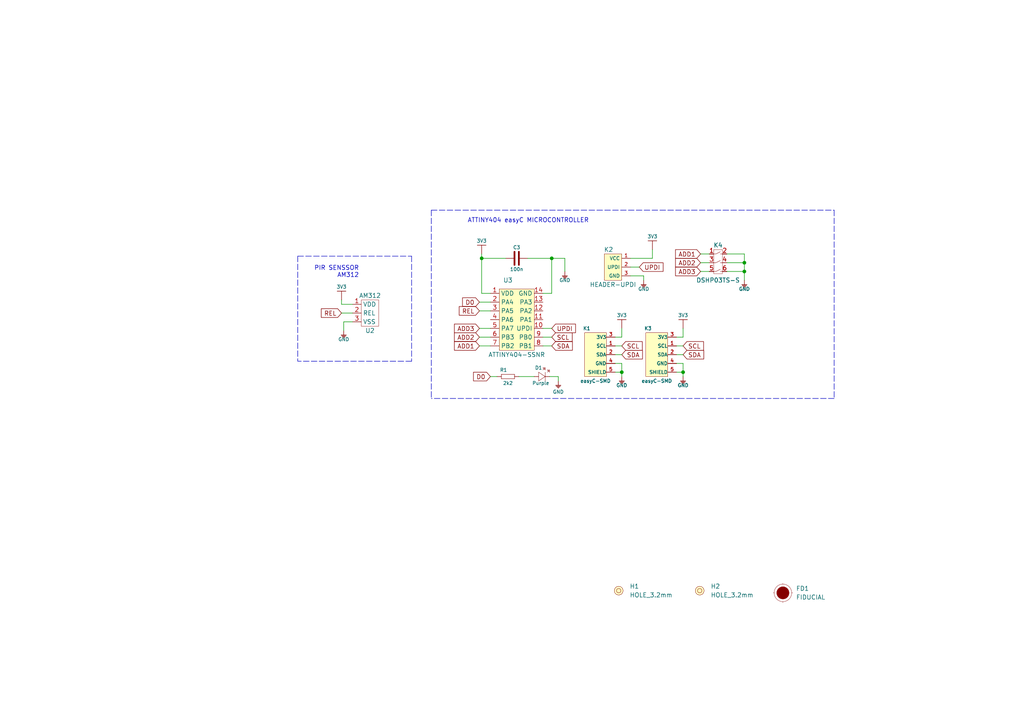
<source format=kicad_sch>
(kicad_sch (version 20211123) (generator eeschema)

  (uuid e63e39d7-6ac0-4ffd-8aa3-1841a4541b55)

  (paper "A4")

  (title_block
    (title "PIR Movement sensor board with easyC")
    (date "2022-07-05")
    (rev "V1.0.0.")
    (company "SOLDERED")
    (comment 1 "333179")
  )

  (lib_symbols
    (symbol "3V3_1" (power) (pin_names (offset 0)) (in_bom yes) (on_board yes)
      (property "Reference" "#PWR" (id 0) (at 4.445 0 0)
        (effects (font (size 1 1)) hide)
      )
      (property "Value" "3V3_1" (id 1) (at 0 3.556 0)
        (effects (font (size 1 1)))
      )
      (property "Footprint" "" (id 2) (at 4.445 3.81 0)
        (effects (font (size 1 1)) hide)
      )
      (property "Datasheet" "" (id 3) (at 4.445 3.81 0)
        (effects (font (size 1 1)) hide)
      )
      (property "ki_keywords" "power-flag" (id 4) (at 0 0 0)
        (effects (font (size 1.27 1.27)) hide)
      )
      (property "ki_description" "Power symbol creates a global label with name \"3V3\"" (id 5) (at 0 0 0)
        (effects (font (size 1.27 1.27)) hide)
      )
      (symbol "3V3_1_0_1"
        (polyline
          (pts
            (xy -1.27 2.54)
            (xy 1.27 2.54)
          )
          (stroke (width 0.16) (type default) (color 0 0 0 0))
          (fill (type none))
        )
        (polyline
          (pts
            (xy 0 0)
            (xy 0 2.54)
          )
          (stroke (width 0) (type default) (color 0 0 0 0))
          (fill (type none))
        )
      )
      (symbol "3V3_1_1_1"
        (pin power_in line (at 0 0 90) (length 0) hide
          (name "3V3" (effects (font (size 1.27 1.27))))
          (number "1" (effects (font (size 1.27 1.27))))
        )
      )
    )
    (symbol "3V3_2" (power) (pin_names (offset 0)) (in_bom yes) (on_board yes)
      (property "Reference" "#PWR" (id 0) (at 4.445 0 0)
        (effects (font (size 1 1)) hide)
      )
      (property "Value" "3V3_2" (id 1) (at 0 3.556 0)
        (effects (font (size 1 1)))
      )
      (property "Footprint" "" (id 2) (at 4.445 3.81 0)
        (effects (font (size 1 1)) hide)
      )
      (property "Datasheet" "" (id 3) (at 4.445 3.81 0)
        (effects (font (size 1 1)) hide)
      )
      (property "ki_keywords" "power-flag" (id 4) (at 0 0 0)
        (effects (font (size 1.27 1.27)) hide)
      )
      (property "ki_description" "Power symbol creates a global label with name \"3V3\"" (id 5) (at 0 0 0)
        (effects (font (size 1.27 1.27)) hide)
      )
      (symbol "3V3_2_0_1"
        (polyline
          (pts
            (xy -1.27 2.54)
            (xy 1.27 2.54)
          )
          (stroke (width 0.16) (type default) (color 0 0 0 0))
          (fill (type none))
        )
        (polyline
          (pts
            (xy 0 0)
            (xy 0 2.54)
          )
          (stroke (width 0) (type default) (color 0 0 0 0))
          (fill (type none))
        )
      )
      (symbol "3V3_2_1_1"
        (pin power_in line (at 0 0 90) (length 0) hide
          (name "3V3" (effects (font (size 1.27 1.27))))
          (number "1" (effects (font (size 1.27 1.27))))
        )
      )
    )
    (symbol "3V3_3" (power) (pin_names (offset 0)) (in_bom yes) (on_board yes)
      (property "Reference" "#PWR" (id 0) (at 4.445 0 0)
        (effects (font (size 1 1)) hide)
      )
      (property "Value" "3V3_3" (id 1) (at 0 3.556 0)
        (effects (font (size 1 1)))
      )
      (property "Footprint" "" (id 2) (at 4.445 3.81 0)
        (effects (font (size 1 1)) hide)
      )
      (property "Datasheet" "" (id 3) (at 4.445 3.81 0)
        (effects (font (size 1 1)) hide)
      )
      (property "ki_keywords" "power-flag" (id 4) (at 0 0 0)
        (effects (font (size 1.27 1.27)) hide)
      )
      (property "ki_description" "Power symbol creates a global label with name \"3V3\"" (id 5) (at 0 0 0)
        (effects (font (size 1.27 1.27)) hide)
      )
      (symbol "3V3_3_0_1"
        (polyline
          (pts
            (xy -1.27 2.54)
            (xy 1.27 2.54)
          )
          (stroke (width 0.16) (type default) (color 0 0 0 0))
          (fill (type none))
        )
        (polyline
          (pts
            (xy 0 0)
            (xy 0 2.54)
          )
          (stroke (width 0) (type default) (color 0 0 0 0))
          (fill (type none))
        )
      )
      (symbol "3V3_3_1_1"
        (pin power_in line (at 0 0 90) (length 0) hide
          (name "3V3" (effects (font (size 1.27 1.27))))
          (number "1" (effects (font (size 1.27 1.27))))
        )
      )
    )
    (symbol "3V3_4" (power) (pin_names (offset 0)) (in_bom yes) (on_board yes)
      (property "Reference" "#PWR" (id 0) (at 4.445 0 0)
        (effects (font (size 1 1)) hide)
      )
      (property "Value" "3V3_4" (id 1) (at 0 3.556 0)
        (effects (font (size 1 1)))
      )
      (property "Footprint" "" (id 2) (at 4.445 3.81 0)
        (effects (font (size 1 1)) hide)
      )
      (property "Datasheet" "" (id 3) (at 4.445 3.81 0)
        (effects (font (size 1 1)) hide)
      )
      (property "ki_keywords" "power-flag" (id 4) (at 0 0 0)
        (effects (font (size 1.27 1.27)) hide)
      )
      (property "ki_description" "Power symbol creates a global label with name \"3V3\"" (id 5) (at 0 0 0)
        (effects (font (size 1.27 1.27)) hide)
      )
      (symbol "3V3_4_0_1"
        (polyline
          (pts
            (xy -1.27 2.54)
            (xy 1.27 2.54)
          )
          (stroke (width 0.16) (type default) (color 0 0 0 0))
          (fill (type none))
        )
        (polyline
          (pts
            (xy 0 0)
            (xy 0 2.54)
          )
          (stroke (width 0) (type default) (color 0 0 0 0))
          (fill (type none))
        )
      )
      (symbol "3V3_4_1_1"
        (pin power_in line (at 0 0 90) (length 0) hide
          (name "3V3" (effects (font (size 1.27 1.27))))
          (number "1" (effects (font (size 1.27 1.27))))
        )
      )
    )
    (symbol "GND_1" (power) (pin_names (offset 0)) (in_bom yes) (on_board yes)
      (property "Reference" "#PWR" (id 0) (at 4.445 0 0)
        (effects (font (size 1 1)) hide)
      )
      (property "Value" "GND_1" (id 1) (at 0 -2.921 0)
        (effects (font (size 1 1)))
      )
      (property "Footprint" "" (id 2) (at 4.445 3.81 0)
        (effects (font (size 1 1)) hide)
      )
      (property "Datasheet" "" (id 3) (at 4.445 3.81 0)
        (effects (font (size 1 1)) hide)
      )
      (property "ki_keywords" "power-flag" (id 4) (at 0 0 0)
        (effects (font (size 1.27 1.27)) hide)
      )
      (property "ki_description" "Power symbol creates a global label with name \"GND\"" (id 5) (at 0 0 0)
        (effects (font (size 1.27 1.27)) hide)
      )
      (symbol "GND_1_0_1"
        (polyline
          (pts
            (xy -0.762 -1.27)
            (xy 0.762 -1.27)
          )
          (stroke (width 0.16) (type default) (color 0 0 0 0))
          (fill (type none))
        )
        (polyline
          (pts
            (xy -0.635 -1.524)
            (xy 0.635 -1.524)
          )
          (stroke (width 0.16) (type default) (color 0 0 0 0))
          (fill (type none))
        )
        (polyline
          (pts
            (xy -0.381 -1.778)
            (xy 0.381 -1.778)
          )
          (stroke (width 0.16) (type default) (color 0 0 0 0))
          (fill (type none))
        )
        (polyline
          (pts
            (xy -0.127 -2.032)
            (xy 0.127 -2.032)
          )
          (stroke (width 0.16) (type default) (color 0 0 0 0))
          (fill (type none))
        )
        (polyline
          (pts
            (xy 0 0)
            (xy 0 -1.27)
          )
          (stroke (width 0.16) (type default) (color 0 0 0 0))
          (fill (type none))
        )
      )
      (symbol "GND_1_1_1"
        (pin power_in line (at 0 0 270) (length 0) hide
          (name "GND" (effects (font (size 1.27 1.27))))
          (number "1" (effects (font (size 1.27 1.27))))
        )
      )
    )
    (symbol "GND_2" (power) (pin_names (offset 0)) (in_bom yes) (on_board yes)
      (property "Reference" "#PWR" (id 0) (at 4.445 0 0)
        (effects (font (size 1 1)) hide)
      )
      (property "Value" "GND_2" (id 1) (at 0 -2.921 0)
        (effects (font (size 1 1)))
      )
      (property "Footprint" "" (id 2) (at 4.445 3.81 0)
        (effects (font (size 1 1)) hide)
      )
      (property "Datasheet" "" (id 3) (at 4.445 3.81 0)
        (effects (font (size 1 1)) hide)
      )
      (property "ki_keywords" "power-flag" (id 4) (at 0 0 0)
        (effects (font (size 1.27 1.27)) hide)
      )
      (property "ki_description" "Power symbol creates a global label with name \"GND\"" (id 5) (at 0 0 0)
        (effects (font (size 1.27 1.27)) hide)
      )
      (symbol "GND_2_0_1"
        (polyline
          (pts
            (xy -0.762 -1.27)
            (xy 0.762 -1.27)
          )
          (stroke (width 0.16) (type default) (color 0 0 0 0))
          (fill (type none))
        )
        (polyline
          (pts
            (xy -0.635 -1.524)
            (xy 0.635 -1.524)
          )
          (stroke (width 0.16) (type default) (color 0 0 0 0))
          (fill (type none))
        )
        (polyline
          (pts
            (xy -0.381 -1.778)
            (xy 0.381 -1.778)
          )
          (stroke (width 0.16) (type default) (color 0 0 0 0))
          (fill (type none))
        )
        (polyline
          (pts
            (xy -0.127 -2.032)
            (xy 0.127 -2.032)
          )
          (stroke (width 0.16) (type default) (color 0 0 0 0))
          (fill (type none))
        )
        (polyline
          (pts
            (xy 0 0)
            (xy 0 -1.27)
          )
          (stroke (width 0.16) (type default) (color 0 0 0 0))
          (fill (type none))
        )
      )
      (symbol "GND_2_1_1"
        (pin power_in line (at 0 0 270) (length 0) hide
          (name "GND" (effects (font (size 1.27 1.27))))
          (number "1" (effects (font (size 1.27 1.27))))
        )
      )
    )
    (symbol "GND_3" (power) (pin_names (offset 0)) (in_bom yes) (on_board yes)
      (property "Reference" "#PWR" (id 0) (at 4.445 0 0)
        (effects (font (size 1 1)) hide)
      )
      (property "Value" "GND_3" (id 1) (at 0 -2.921 0)
        (effects (font (size 1 1)))
      )
      (property "Footprint" "" (id 2) (at 4.445 3.81 0)
        (effects (font (size 1 1)) hide)
      )
      (property "Datasheet" "" (id 3) (at 4.445 3.81 0)
        (effects (font (size 1 1)) hide)
      )
      (property "ki_keywords" "power-flag" (id 4) (at 0 0 0)
        (effects (font (size 1.27 1.27)) hide)
      )
      (property "ki_description" "Power symbol creates a global label with name \"GND\"" (id 5) (at 0 0 0)
        (effects (font (size 1.27 1.27)) hide)
      )
      (symbol "GND_3_0_1"
        (polyline
          (pts
            (xy -0.762 -1.27)
            (xy 0.762 -1.27)
          )
          (stroke (width 0.16) (type default) (color 0 0 0 0))
          (fill (type none))
        )
        (polyline
          (pts
            (xy -0.635 -1.524)
            (xy 0.635 -1.524)
          )
          (stroke (width 0.16) (type default) (color 0 0 0 0))
          (fill (type none))
        )
        (polyline
          (pts
            (xy -0.381 -1.778)
            (xy 0.381 -1.778)
          )
          (stroke (width 0.16) (type default) (color 0 0 0 0))
          (fill (type none))
        )
        (polyline
          (pts
            (xy -0.127 -2.032)
            (xy 0.127 -2.032)
          )
          (stroke (width 0.16) (type default) (color 0 0 0 0))
          (fill (type none))
        )
        (polyline
          (pts
            (xy 0 0)
            (xy 0 -1.27)
          )
          (stroke (width 0.16) (type default) (color 0 0 0 0))
          (fill (type none))
        )
      )
      (symbol "GND_3_1_1"
        (pin power_in line (at 0 0 270) (length 0) hide
          (name "GND" (effects (font (size 1.27 1.27))))
          (number "1" (effects (font (size 1.27 1.27))))
        )
      )
    )
    (symbol "GND_4" (power) (pin_names (offset 0)) (in_bom yes) (on_board yes)
      (property "Reference" "#PWR" (id 0) (at 4.445 0 0)
        (effects (font (size 1 1)) hide)
      )
      (property "Value" "GND_4" (id 1) (at 0 -2.921 0)
        (effects (font (size 1 1)))
      )
      (property "Footprint" "" (id 2) (at 4.445 3.81 0)
        (effects (font (size 1 1)) hide)
      )
      (property "Datasheet" "" (id 3) (at 4.445 3.81 0)
        (effects (font (size 1 1)) hide)
      )
      (property "ki_keywords" "power-flag" (id 4) (at 0 0 0)
        (effects (font (size 1.27 1.27)) hide)
      )
      (property "ki_description" "Power symbol creates a global label with name \"GND\"" (id 5) (at 0 0 0)
        (effects (font (size 1.27 1.27)) hide)
      )
      (symbol "GND_4_0_1"
        (polyline
          (pts
            (xy -0.762 -1.27)
            (xy 0.762 -1.27)
          )
          (stroke (width 0.16) (type default) (color 0 0 0 0))
          (fill (type none))
        )
        (polyline
          (pts
            (xy -0.635 -1.524)
            (xy 0.635 -1.524)
          )
          (stroke (width 0.16) (type default) (color 0 0 0 0))
          (fill (type none))
        )
        (polyline
          (pts
            (xy -0.381 -1.778)
            (xy 0.381 -1.778)
          )
          (stroke (width 0.16) (type default) (color 0 0 0 0))
          (fill (type none))
        )
        (polyline
          (pts
            (xy -0.127 -2.032)
            (xy 0.127 -2.032)
          )
          (stroke (width 0.16) (type default) (color 0 0 0 0))
          (fill (type none))
        )
        (polyline
          (pts
            (xy 0 0)
            (xy 0 -1.27)
          )
          (stroke (width 0.16) (type default) (color 0 0 0 0))
          (fill (type none))
        )
      )
      (symbol "GND_4_1_1"
        (pin power_in line (at 0 0 270) (length 0) hide
          (name "GND" (effects (font (size 1.27 1.27))))
          (number "1" (effects (font (size 1.27 1.27))))
        )
      )
    )
    (symbol "GND_5" (power) (pin_names (offset 0)) (in_bom yes) (on_board yes)
      (property "Reference" "#PWR" (id 0) (at 4.445 0 0)
        (effects (font (size 1 1)) hide)
      )
      (property "Value" "GND_5" (id 1) (at 0 -2.921 0)
        (effects (font (size 1 1)))
      )
      (property "Footprint" "" (id 2) (at 4.445 3.81 0)
        (effects (font (size 1 1)) hide)
      )
      (property "Datasheet" "" (id 3) (at 4.445 3.81 0)
        (effects (font (size 1 1)) hide)
      )
      (property "ki_keywords" "power-flag" (id 4) (at 0 0 0)
        (effects (font (size 1.27 1.27)) hide)
      )
      (property "ki_description" "Power symbol creates a global label with name \"GND\"" (id 5) (at 0 0 0)
        (effects (font (size 1.27 1.27)) hide)
      )
      (symbol "GND_5_0_1"
        (polyline
          (pts
            (xy -0.762 -1.27)
            (xy 0.762 -1.27)
          )
          (stroke (width 0.16) (type default) (color 0 0 0 0))
          (fill (type none))
        )
        (polyline
          (pts
            (xy -0.635 -1.524)
            (xy 0.635 -1.524)
          )
          (stroke (width 0.16) (type default) (color 0 0 0 0))
          (fill (type none))
        )
        (polyline
          (pts
            (xy -0.381 -1.778)
            (xy 0.381 -1.778)
          )
          (stroke (width 0.16) (type default) (color 0 0 0 0))
          (fill (type none))
        )
        (polyline
          (pts
            (xy -0.127 -2.032)
            (xy 0.127 -2.032)
          )
          (stroke (width 0.16) (type default) (color 0 0 0 0))
          (fill (type none))
        )
        (polyline
          (pts
            (xy 0 0)
            (xy 0 -1.27)
          )
          (stroke (width 0.16) (type default) (color 0 0 0 0))
          (fill (type none))
        )
      )
      (symbol "GND_5_1_1"
        (pin power_in line (at 0 0 270) (length 0) hide
          (name "GND" (effects (font (size 1.27 1.27))))
          (number "1" (effects (font (size 1.27 1.27))))
        )
      )
    )
    (symbol "e-radionica.com schematics:0402LED" (pin_numbers hide) (pin_names (offset 0.254) hide) (in_bom yes) (on_board yes)
      (property "Reference" "D" (id 0) (at -0.635 2.54 0)
        (effects (font (size 1 1)))
      )
      (property "Value" "0402LED" (id 1) (at 0 -2.54 0)
        (effects (font (size 1 1)))
      )
      (property "Footprint" "e-radionica.com footprinti:0402LED" (id 2) (at 0 -5.715 0)
        (effects (font (size 1 1)) hide)
      )
      (property "Datasheet" "" (id 3) (at 0 0 0)
        (effects (font (size 1 1)) hide)
      )
      (property "Package" "0402" (id 4) (at 0 -4.445 0)
        (effects (font (size 1.27 1.27)) hide)
      )
      (symbol "0402LED_0_1"
        (polyline
          (pts
            (xy -0.635 1.27)
            (xy 1.27 0)
          )
          (stroke (width 0.1) (type default) (color 0 0 0 0))
          (fill (type none))
        )
        (polyline
          (pts
            (xy 0.635 1.905)
            (xy 1.27 2.54)
          )
          (stroke (width 0.1) (type default) (color 0 0 0 0))
          (fill (type none))
        )
        (polyline
          (pts
            (xy 1.27 1.27)
            (xy 1.27 -1.27)
          )
          (stroke (width 0.1) (type default) (color 0 0 0 0))
          (fill (type none))
        )
        (polyline
          (pts
            (xy 1.905 1.27)
            (xy 2.54 1.905)
          )
          (stroke (width 0.1) (type default) (color 0 0 0 0))
          (fill (type none))
        )
        (polyline
          (pts
            (xy -0.635 1.27)
            (xy -0.635 -1.27)
            (xy 1.27 0)
          )
          (stroke (width 0.1) (type default) (color 0 0 0 0))
          (fill (type none))
        )
        (polyline
          (pts
            (xy 1.27 2.54)
            (xy 0.635 2.54)
            (xy 1.27 1.905)
            (xy 1.27 2.54)
          )
          (stroke (width 0.1) (type default) (color 0 0 0 0))
          (fill (type none))
        )
        (polyline
          (pts
            (xy 2.54 1.905)
            (xy 1.905 1.905)
            (xy 2.54 1.27)
            (xy 2.54 1.905)
          )
          (stroke (width 0.1) (type default) (color 0 0 0 0))
          (fill (type none))
        )
      )
      (symbol "0402LED_1_1"
        (pin passive line (at -1.905 0 0) (length 1.27)
          (name "A" (effects (font (size 1.27 1.27))))
          (number "1" (effects (font (size 1.27 1.27))))
        )
        (pin passive line (at 2.54 0 180) (length 1.27)
          (name "K" (effects (font (size 1.27 1.27))))
          (number "2" (effects (font (size 1.27 1.27))))
        )
      )
    )
    (symbol "e-radionica.com schematics:0402R" (pin_numbers hide) (pin_names (offset 0.254)) (in_bom yes) (on_board yes)
      (property "Reference" "R" (id 0) (at -1.905 1.27 0)
        (effects (font (size 1 1)))
      )
      (property "Value" "0402R" (id 1) (at 0 -1.27 0)
        (effects (font (size 1 1)))
      )
      (property "Footprint" "e-radionica.com footprinti:0402R" (id 2) (at -2.54 1.905 0)
        (effects (font (size 1 1)) hide)
      )
      (property "Datasheet" "" (id 3) (at -2.54 1.905 0)
        (effects (font (size 1 1)) hide)
      )
      (symbol "0402R_0_1"
        (rectangle (start -1.905 -0.635) (end 1.905 -0.6604)
          (stroke (width 0.1) (type default) (color 0 0 0 0))
          (fill (type none))
        )
        (rectangle (start -1.905 0.635) (end -1.8796 -0.635)
          (stroke (width 0.1) (type default) (color 0 0 0 0))
          (fill (type none))
        )
        (rectangle (start -1.905 0.635) (end 1.905 0.6096)
          (stroke (width 0.1) (type default) (color 0 0 0 0))
          (fill (type none))
        )
        (rectangle (start 1.905 0.635) (end 1.9304 -0.635)
          (stroke (width 0.1) (type default) (color 0 0 0 0))
          (fill (type none))
        )
      )
      (symbol "0402R_1_1"
        (pin passive line (at -3.175 0 0) (length 1.27)
          (name "~" (effects (font (size 1.27 1.27))))
          (number "1" (effects (font (size 1.27 1.27))))
        )
        (pin passive line (at 3.175 0 180) (length 1.27)
          (name "~" (effects (font (size 1.27 1.27))))
          (number "2" (effects (font (size 1.27 1.27))))
        )
      )
    )
    (symbol "e-radionica.com schematics:0603C" (pin_numbers hide) (pin_names (offset 0.002)) (in_bom yes) (on_board yes)
      (property "Reference" "C" (id 0) (at 0 3.81 0)
        (effects (font (size 1 1)))
      )
      (property "Value" "0603C" (id 1) (at 0 -3.175 0)
        (effects (font (size 1 1)))
      )
      (property "Footprint" "e-radionica.com footprinti:0603C" (id 2) (at 0.635 -4.445 0)
        (effects (font (size 1 1)) hide)
      )
      (property "Datasheet" "" (id 3) (at 0 0 0)
        (effects (font (size 1 1)) hide)
      )
      (symbol "0603C_0_1"
        (polyline
          (pts
            (xy -0.635 1.905)
            (xy -0.635 -1.905)
          )
          (stroke (width 0.5) (type default) (color 0 0 0 0))
          (fill (type none))
        )
        (polyline
          (pts
            (xy 0.635 1.905)
            (xy 0.635 -1.905)
          )
          (stroke (width 0.5) (type default) (color 0 0 0 0))
          (fill (type none))
        )
      )
      (symbol "0603C_1_1"
        (pin passive line (at -3.175 0 0) (length 2.54)
          (name "~" (effects (font (size 1.27 1.27))))
          (number "1" (effects (font (size 1.27 1.27))))
        )
        (pin passive line (at 3.175 0 180) (length 2.54)
          (name "~" (effects (font (size 1.27 1.27))))
          (number "2" (effects (font (size 1.27 1.27))))
        )
      )
    )
    (symbol "e-radionica.com schematics:3V3" (power) (pin_names (offset 0)) (in_bom yes) (on_board yes)
      (property "Reference" "#PWR" (id 0) (at 4.445 0 0)
        (effects (font (size 1 1)) hide)
      )
      (property "Value" "3V3" (id 1) (at 0 3.556 0)
        (effects (font (size 1 1)))
      )
      (property "Footprint" "" (id 2) (at 4.445 3.81 0)
        (effects (font (size 1 1)) hide)
      )
      (property "Datasheet" "" (id 3) (at 4.445 3.81 0)
        (effects (font (size 1 1)) hide)
      )
      (property "ki_keywords" "power-flag" (id 4) (at 0 0 0)
        (effects (font (size 1.27 1.27)) hide)
      )
      (property "ki_description" "Power symbol creates a global label with name \"3V3\"" (id 5) (at 0 0 0)
        (effects (font (size 1.27 1.27)) hide)
      )
      (symbol "3V3_0_1"
        (polyline
          (pts
            (xy -1.27 2.54)
            (xy 1.27 2.54)
          )
          (stroke (width 0.16) (type default) (color 0 0 0 0))
          (fill (type none))
        )
        (polyline
          (pts
            (xy 0 0)
            (xy 0 2.54)
          )
          (stroke (width 0) (type default) (color 0 0 0 0))
          (fill (type none))
        )
      )
      (symbol "3V3_1_1"
        (pin power_in line (at 0 0 90) (length 0) hide
          (name "3V3" (effects (font (size 1.27 1.27))))
          (number "1" (effects (font (size 1.27 1.27))))
        )
      )
    )
    (symbol "e-radionica.com schematics:ATTINY404-SSNR" (in_bom yes) (on_board yes)
      (property "Reference" "U" (id 0) (at 0 10.16 0)
        (effects (font (size 1.27 1.27)))
      )
      (property "Value" "ATTINY404-SSNR" (id 1) (at 0 -10.16 0)
        (effects (font (size 1.27 1.27)))
      )
      (property "Footprint" "e-radionica.com footprinti:SOIC-14" (id 2) (at 0 -11.43 0)
        (effects (font (size 1.27 1.27)) hide)
      )
      (property "Datasheet" "" (id 3) (at 0 -2.54 0)
        (effects (font (size 1.27 1.27)) hide)
      )
      (symbol "ATTINY404-SSNR_0_1"
        (rectangle (start -5.08 8.89) (end 5.08 -8.89)
          (stroke (width 0.1) (type default) (color 0 0 0 0))
          (fill (type background))
        )
      )
      (symbol "ATTINY404-SSNR_1_1"
        (pin power_in line (at -7.62 7.62 0) (length 2.54)
          (name "VDD" (effects (font (size 1.27 1.27))))
          (number "1" (effects (font (size 1.27 1.27))))
        )
        (pin bidirectional line (at 7.62 -2.54 180) (length 2.54)
          (name "UPDI" (effects (font (size 1.27 1.27))))
          (number "10" (effects (font (size 1.27 1.27))))
        )
        (pin bidirectional line (at 7.62 0 180) (length 2.54)
          (name "PA1" (effects (font (size 1.27 1.27))))
          (number "11" (effects (font (size 1.27 1.27))))
        )
        (pin bidirectional line (at 7.62 2.54 180) (length 2.54)
          (name "PA2" (effects (font (size 1.27 1.27))))
          (number "12" (effects (font (size 1.27 1.27))))
        )
        (pin bidirectional line (at 7.62 5.08 180) (length 2.54)
          (name "PA3" (effects (font (size 1.27 1.27))))
          (number "13" (effects (font (size 1.27 1.27))))
        )
        (pin power_in line (at 7.62 7.62 180) (length 2.54)
          (name "GND" (effects (font (size 1.27 1.27))))
          (number "14" (effects (font (size 1.27 1.27))))
        )
        (pin bidirectional line (at -7.62 5.08 0) (length 2.54)
          (name "PA4" (effects (font (size 1.27 1.27))))
          (number "2" (effects (font (size 1.27 1.27))))
        )
        (pin bidirectional line (at -7.62 2.54 0) (length 2.54)
          (name "PA5" (effects (font (size 1.27 1.27))))
          (number "3" (effects (font (size 1.27 1.27))))
        )
        (pin bidirectional line (at -7.62 0 0) (length 2.54)
          (name "PA6" (effects (font (size 1.27 1.27))))
          (number "4" (effects (font (size 1.27 1.27))))
        )
        (pin bidirectional line (at -7.62 -2.54 0) (length 2.54)
          (name "PA7" (effects (font (size 1.27 1.27))))
          (number "5" (effects (font (size 1.27 1.27))))
        )
        (pin bidirectional line (at -7.62 -5.08 0) (length 2.54)
          (name "PB3" (effects (font (size 1.27 1.27))))
          (number "6" (effects (font (size 1.27 1.27))))
        )
        (pin bidirectional line (at -7.62 -7.62 0) (length 2.54)
          (name "PB2" (effects (font (size 1.27 1.27))))
          (number "7" (effects (font (size 1.27 1.27))))
        )
        (pin bidirectional line (at 7.62 -7.62 180) (length 2.54)
          (name "PB1" (effects (font (size 1.27 1.27))))
          (number "8" (effects (font (size 1.27 1.27))))
        )
        (pin bidirectional line (at 7.62 -5.08 180) (length 2.54)
          (name "PB0" (effects (font (size 1.27 1.27))))
          (number "9" (effects (font (size 1.27 1.27))))
        )
      )
    )
    (symbol "e-radionica.com schematics:DSHP03TS-S" (in_bom yes) (on_board yes)
      (property "Reference" "K" (id 0) (at 0 5.08 0)
        (effects (font (size 1.27 1.27)))
      )
      (property "Value" "DSHP03TS-S" (id 1) (at 0 -5.08 0)
        (effects (font (size 1.27 1.27)))
      )
      (property "Footprint" "e-radionica.com footprinti:DSHP03TS-S" (id 2) (at -1.27 -7.62 0)
        (effects (font (size 1.27 1.27)) hide)
      )
      (property "Datasheet" "" (id 3) (at 0 0 0)
        (effects (font (size 1.27 1.27)) hide)
      )
      (property "ki_keywords" "DIP SW SWITCH " (id 4) (at 0 0 0)
        (effects (font (size 1.27 1.27)) hide)
      )
      (symbol "DSHP03TS-S_0_1"
        (rectangle (start -1.27 3.81) (end 1.27 -3.175)
          (stroke (width 0.0006) (type default) (color 0 0 0 0))
          (fill (type none))
        )
        (polyline
          (pts
            (xy 1.27 -2.54)
            (xy 0.635 -2.54)
          )
          (stroke (width 0.1) (type default) (color 0 0 0 0))
          (fill (type none))
        )
        (polyline
          (pts
            (xy 1.27 0)
            (xy 0.635 0)
          )
          (stroke (width 0.1) (type default) (color 0 0 0 0))
          (fill (type none))
        )
        (polyline
          (pts
            (xy 1.27 2.54)
            (xy 0.635 2.54)
          )
          (stroke (width 0.1) (type default) (color 0 0 0 0))
          (fill (type none))
        )
        (polyline
          (pts
            (xy -1.27 -2.54)
            (xy -0.635 -2.54)
            (xy 0.635 -1.905)
          )
          (stroke (width 0.1) (type default) (color 0 0 0 0))
          (fill (type none))
        )
        (polyline
          (pts
            (xy -1.27 0)
            (xy -0.635 0)
            (xy 0.635 0.635)
          )
          (stroke (width 0.1) (type default) (color 0 0 0 0))
          (fill (type none))
        )
        (polyline
          (pts
            (xy -1.27 2.54)
            (xy -0.635 2.54)
            (xy 0.635 3.175)
          )
          (stroke (width 0.1) (type default) (color 0 0 0 0))
          (fill (type none))
        )
      )
      (symbol "DSHP03TS-S_1_1"
        (pin bidirectional line (at -2.54 2.54 0) (length 1.27)
          (name "~" (effects (font (size 1.27 1.27))))
          (number "1" (effects (font (size 1.27 1.27))))
        )
        (pin bidirectional line (at 2.54 2.54 180) (length 1.27)
          (name "~" (effects (font (size 1.27 1.27))))
          (number "2" (effects (font (size 1.27 1.27))))
        )
        (pin bidirectional line (at -2.54 0 0) (length 1.27)
          (name "~" (effects (font (size 1.27 1.27))))
          (number "3" (effects (font (size 1.27 1.27))))
        )
        (pin bidirectional line (at 2.54 0 180) (length 1.27)
          (name "~" (effects (font (size 1.27 1.27))))
          (number "4" (effects (font (size 1.27 1.27))))
        )
        (pin bidirectional line (at -2.54 -2.54 0) (length 1.27)
          (name "~" (effects (font (size 1.27 1.27))))
          (number "5" (effects (font (size 1.27 1.27))))
        )
        (pin bidirectional line (at 2.54 -2.54 180) (length 1.27)
          (name "~" (effects (font (size 1.27 1.27))))
          (number "6" (effects (font (size 1.27 1.27))))
        )
      )
    )
    (symbol "e-radionica.com schematics:FIDUCIAL" (in_bom no) (on_board yes)
      (property "Reference" "FD" (id 0) (at 0 3.81 0)
        (effects (font (size 1.27 1.27)))
      )
      (property "Value" "FIDUCIAL" (id 1) (at 0 -3.81 0)
        (effects (font (size 1.27 1.27)))
      )
      (property "Footprint" "e-radionica.com footprinti:FIDUCIAL_23" (id 2) (at 0.254 -5.334 0)
        (effects (font (size 1.27 1.27)) hide)
      )
      (property "Datasheet" "" (id 3) (at 0 0 0)
        (effects (font (size 1.27 1.27)) hide)
      )
      (symbol "FIDUCIAL_0_1"
        (polyline
          (pts
            (xy -2.54 0)
            (xy -2.794 0)
          )
          (stroke (width 0.0006) (type default) (color 0 0 0 0))
          (fill (type none))
        )
        (polyline
          (pts
            (xy 0 -2.54)
            (xy 0 -2.794)
          )
          (stroke (width 0.0006) (type default) (color 0 0 0 0))
          (fill (type none))
        )
        (polyline
          (pts
            (xy 0 2.54)
            (xy 0 2.794)
          )
          (stroke (width 0.0006) (type default) (color 0 0 0 0))
          (fill (type none))
        )
        (polyline
          (pts
            (xy 2.54 0)
            (xy 2.794 0)
          )
          (stroke (width 0.0006) (type default) (color 0 0 0 0))
          (fill (type none))
        )
        (circle (center 0 0) (radius 1.7961)
          (stroke (width 0.001) (type default) (color 0 0 0 0))
          (fill (type outline))
        )
        (circle (center 0 0) (radius 2.54)
          (stroke (width 0.0006) (type default) (color 0 0 0 0))
          (fill (type none))
        )
      )
    )
    (symbol "e-radionica.com schematics:GND" (power) (pin_names (offset 0)) (in_bom yes) (on_board yes)
      (property "Reference" "#PWR" (id 0) (at 4.445 0 0)
        (effects (font (size 1 1)) hide)
      )
      (property "Value" "GND" (id 1) (at 0 -2.921 0)
        (effects (font (size 1 1)))
      )
      (property "Footprint" "" (id 2) (at 4.445 3.81 0)
        (effects (font (size 1 1)) hide)
      )
      (property "Datasheet" "" (id 3) (at 4.445 3.81 0)
        (effects (font (size 1 1)) hide)
      )
      (property "ki_keywords" "power-flag" (id 4) (at 0 0 0)
        (effects (font (size 1.27 1.27)) hide)
      )
      (property "ki_description" "Power symbol creates a global label with name \"GND\"" (id 5) (at 0 0 0)
        (effects (font (size 1.27 1.27)) hide)
      )
      (symbol "GND_0_1"
        (polyline
          (pts
            (xy -0.762 -1.27)
            (xy 0.762 -1.27)
          )
          (stroke (width 0.16) (type default) (color 0 0 0 0))
          (fill (type none))
        )
        (polyline
          (pts
            (xy -0.635 -1.524)
            (xy 0.635 -1.524)
          )
          (stroke (width 0.16) (type default) (color 0 0 0 0))
          (fill (type none))
        )
        (polyline
          (pts
            (xy -0.381 -1.778)
            (xy 0.381 -1.778)
          )
          (stroke (width 0.16) (type default) (color 0 0 0 0))
          (fill (type none))
        )
        (polyline
          (pts
            (xy -0.127 -2.032)
            (xy 0.127 -2.032)
          )
          (stroke (width 0.16) (type default) (color 0 0 0 0))
          (fill (type none))
        )
        (polyline
          (pts
            (xy 0 0)
            (xy 0 -1.27)
          )
          (stroke (width 0.16) (type default) (color 0 0 0 0))
          (fill (type none))
        )
      )
      (symbol "GND_1_1"
        (pin power_in line (at 0 0 270) (length 0) hide
          (name "GND" (effects (font (size 1.27 1.27))))
          (number "1" (effects (font (size 1.27 1.27))))
        )
      )
    )
    (symbol "e-radionica.com schematics:HEADER-UPDI" (in_bom yes) (on_board yes)
      (property "Reference" "K" (id 0) (at 0 5.08 0)
        (effects (font (size 1.27 1.27)))
      )
      (property "Value" "HEADER-UPDI" (id 1) (at 0 -5.08 0)
        (effects (font (size 1.27 1.27)))
      )
      (property "Footprint" "e-radionica.com footprinti:HEADER-UPDI" (id 2) (at 0 -7.62 0)
        (effects (font (size 1.27 1.27)) hide)
      )
      (property "Datasheet" "" (id 3) (at 2.54 0 0)
        (effects (font (size 1.27 1.27)) hide)
      )
      (symbol "HEADER-UPDI_0_1"
        (rectangle (start -2.54 3.81) (end 2.54 -3.81)
          (stroke (width 0.1) (type default) (color 0 0 0 0))
          (fill (type background))
        )
      )
      (symbol "HEADER-UPDI_1_1"
        (pin power_in line (at 5.08 2.54 180) (length 2.54)
          (name "VCC" (effects (font (size 1 1))))
          (number "1" (effects (font (size 1 1))))
        )
        (pin bidirectional line (at 5.08 0 180) (length 2.54)
          (name "UPDI" (effects (font (size 1 1))))
          (number "2" (effects (font (size 1 1))))
        )
        (pin power_in line (at 5.08 -2.54 180) (length 2.54)
          (name "GND" (effects (font (size 1 1))))
          (number "3" (effects (font (size 1 1))))
        )
      )
    )
    (symbol "e-radionica.com schematics:HOLE_3.2mm" (pin_numbers hide) (pin_names hide) (in_bom yes) (on_board yes)
      (property "Reference" "H" (id 0) (at 0 2.54 0)
        (effects (font (size 1.27 1.27)))
      )
      (property "Value" "HOLE_3.2mm" (id 1) (at 0 -2.54 0)
        (effects (font (size 1.27 1.27)))
      )
      (property "Footprint" "e-radionica.com footprinti:HOLE_3.2mm" (id 2) (at 0 -5.08 0)
        (effects (font (size 1.27 1.27)) hide)
      )
      (property "Datasheet" "" (id 3) (at 0 0 0)
        (effects (font (size 1.27 1.27)) hide)
      )
      (symbol "HOLE_3.2mm_0_1"
        (circle (center 0 0) (radius 0.635)
          (stroke (width 0.1) (type default) (color 0 0 0 0))
          (fill (type none))
        )
        (circle (center 0 0) (radius 1.27)
          (stroke (width 0.1) (type default) (color 0 0 0 0))
          (fill (type background))
        )
      )
    )
    (symbol "e-radionica.com schematics:PIR_senzor" (in_bom yes) (on_board yes)
      (property "Reference" "U" (id 0) (at 0 5.08 0)
        (effects (font (size 1.27 1.27)))
      )
      (property "Value" "PIR_senzor" (id 1) (at 0 -5.08 0)
        (effects (font (size 1.27 1.27)))
      )
      (property "Footprint" "e-radionica.com footprinti:PIR_senzor" (id 2) (at 0 -7.62 0)
        (effects (font (size 1.27 1.27)) hide)
      )
      (property "Datasheet" "" (id 3) (at -6.35 0 0)
        (effects (font (size 1.27 1.27)) hide)
      )
      (symbol "PIR_senzor_0_1"
        (rectangle (start -2.54 3.81) (end 2.54 -3.81)
          (stroke (width 0.0006) (type default) (color 0 0 0 0))
          (fill (type none))
        )
      )
      (symbol "PIR_senzor_1_1"
        (pin input line (at -5.08 2.54 0) (length 2.54)
          (name "VDD" (effects (font (size 1.27 1.27))))
          (number "1" (effects (font (size 1.27 1.27))))
        )
        (pin input line (at -5.08 0 0) (length 2.54)
          (name "REL" (effects (font (size 1.27 1.27))))
          (number "2" (effects (font (size 1.27 1.27))))
        )
        (pin input line (at -5.08 -2.54 0) (length 2.54)
          (name "VSS" (effects (font (size 1.27 1.27))))
          (number "3" (effects (font (size 1.27 1.27))))
        )
      )
    )
    (symbol "e-radionica.com schematics:easyC-SMD" (pin_names (offset 0.002)) (in_bom yes) (on_board yes)
      (property "Reference" "K" (id 0) (at 0 10.16 0)
        (effects (font (size 1 1)))
      )
      (property "Value" "easyC-SMD" (id 1) (at 0 -5.08 0)
        (effects (font (size 1 1)))
      )
      (property "Footprint" "e-radionica.com footprinti:easyC-connector" (id 2) (at 0 -6.35 0)
        (effects (font (size 1 1)) hide)
      )
      (property "Datasheet" "" (id 3) (at 3.175 2.54 0)
        (effects (font (size 1 1)) hide)
      )
      (symbol "easyC-SMD_0_1"
        (rectangle (start -3.175 8.89) (end 3.175 -3.81)
          (stroke (width 0.1) (type default) (color 0 0 0 0))
          (fill (type background))
        )
      )
      (symbol "easyC-SMD_1_1"
        (pin passive line (at 5.715 5.08 180) (length 2.54)
          (name "SCL" (effects (font (size 1 1))))
          (number "1" (effects (font (size 1 1))))
        )
        (pin passive line (at 5.715 2.54 180) (length 2.54)
          (name "SDA" (effects (font (size 1 1))))
          (number "2" (effects (font (size 1 1))))
        )
        (pin passive line (at 5.715 7.62 180) (length 2.54)
          (name "3V3" (effects (font (size 1 1))))
          (number "3" (effects (font (size 1 1))))
        )
        (pin passive line (at 5.715 0 180) (length 2.54)
          (name "GND" (effects (font (size 1 1))))
          (number "4" (effects (font (size 1 1))))
        )
        (pin passive line (at 5.715 -2.54 180) (length 2.54)
          (name "SHIELD" (effects (font (size 1 1))))
          (number "5" (effects (font (size 1 1))))
        )
      )
    )
    (symbol "easyC-SMD_1" (pin_names (offset 0.002)) (in_bom yes) (on_board yes)
      (property "Reference" "K" (id 0) (at 0 10.16 0)
        (effects (font (size 1 1)))
      )
      (property "Value" "easyC-SMD_1" (id 1) (at 0 -5.08 0)
        (effects (font (size 1 1)))
      )
      (property "Footprint" "e-radionica.com footprinti:easyC-connector" (id 2) (at 0 -6.35 0)
        (effects (font (size 1 1)) hide)
      )
      (property "Datasheet" "" (id 3) (at 3.175 2.54 0)
        (effects (font (size 1 1)) hide)
      )
      (symbol "easyC-SMD_1_0_1"
        (rectangle (start -3.175 8.89) (end 3.175 -3.81)
          (stroke (width 0.1) (type default) (color 0 0 0 0))
          (fill (type background))
        )
      )
      (symbol "easyC-SMD_1_1_1"
        (pin passive line (at 5.715 5.08 180) (length 2.54)
          (name "SCL" (effects (font (size 1 1))))
          (number "1" (effects (font (size 1 1))))
        )
        (pin passive line (at 5.715 2.54 180) (length 2.54)
          (name "SDA" (effects (font (size 1 1))))
          (number "2" (effects (font (size 1 1))))
        )
        (pin passive line (at 5.715 7.62 180) (length 2.54)
          (name "3V3" (effects (font (size 1 1))))
          (number "3" (effects (font (size 1 1))))
        )
        (pin passive line (at 5.715 0 180) (length 2.54)
          (name "GND" (effects (font (size 1 1))))
          (number "4" (effects (font (size 1 1))))
        )
        (pin passive line (at 5.715 -2.54 180) (length 2.54)
          (name "SHIELD" (effects (font (size 1 1))))
          (number "5" (effects (font (size 1 1))))
        )
      )
    )
  )

  (junction (at 215.9 76.2) (diameter 0.9144) (color 0 0 0 0)
    (uuid 059c55b9-3878-4a5d-8c36-f2e1ac20b66c)
  )
  (junction (at 198.12 107.95) (diameter 0.9144) (color 0 0 0 0)
    (uuid 0b8ceece-c05d-4f0e-b938-e90c8b58ba81)
  )
  (junction (at 139.7 74.93) (diameter 0.9144) (color 0 0 0 0)
    (uuid 37d1dfa4-5d65-41f6-b95b-52682d6e97aa)
  )
  (junction (at 180.34 107.95) (diameter 0.9144) (color 0 0 0 0)
    (uuid 91fab6d6-ef29-432f-80f4-5191a25f896a)
  )
  (junction (at 160.02 74.93) (diameter 0.9144) (color 0 0 0 0)
    (uuid a873e942-d614-4558-aa34-f59b59912653)
  )
  (junction (at 215.9 78.74) (diameter 0.9144) (color 0 0 0 0)
    (uuid f0660c30-1630-4fed-a3e9-3ee2ebca41e2)
  )

  (wire (pts (xy 180.34 107.95) (xy 180.34 109.22))
    (stroke (width 0) (type solid) (color 0 0 0 0))
    (uuid 036afffe-cbbf-4ead-9c0c-ea4c435dd04c)
  )
  (wire (pts (xy 178.435 97.79) (xy 180.34 97.79))
    (stroke (width 0) (type solid) (color 0 0 0 0))
    (uuid 097c0309-c6c3-4ba8-be84-f8e75f093831)
  )
  (wire (pts (xy 182.88 77.47) (xy 185.42 77.47))
    (stroke (width 0) (type solid) (color 0 0 0 0))
    (uuid 101cf0e0-bff1-4683-8835-f5664c549143)
  )
  (wire (pts (xy 186.69 80.01) (xy 186.69 81.28))
    (stroke (width 0) (type solid) (color 0 0 0 0))
    (uuid 11677706-5f63-43f7-ad71-df2b977f82fd)
  )
  (wire (pts (xy 153.035 74.93) (xy 160.02 74.93))
    (stroke (width 0) (type solid) (color 0 0 0 0))
    (uuid 11ec77c4-ba99-45b0-907a-173e45347d10)
  )
  (wire (pts (xy 198.12 97.79) (xy 198.12 95.25))
    (stroke (width 0) (type solid) (color 0 0 0 0))
    (uuid 14d177e6-f355-4bb1-8f3c-ce81903ebacb)
  )
  (polyline (pts (xy 241.935 115.57) (xy 125.095 115.57))
    (stroke (width 0) (type dash) (color 0 0 0 0))
    (uuid 17e5b642-051d-4e1e-b1cb-f47871102246)
  )

  (wire (pts (xy 139.065 95.25) (xy 142.24 95.25))
    (stroke (width 0) (type solid) (color 0 0 0 0))
    (uuid 1f2dc288-4960-4a9d-8c0d-3474d8b43843)
  )
  (wire (pts (xy 182.88 74.93) (xy 189.23 74.93))
    (stroke (width 0) (type solid) (color 0 0 0 0))
    (uuid 201a0ca7-5d89-410f-baa8-63fe4094eb66)
  )
  (wire (pts (xy 139.7 85.09) (xy 139.7 74.93))
    (stroke (width 0) (type solid) (color 0 0 0 0))
    (uuid 2416b761-64cf-46de-a335-39e84b411ea4)
  )
  (wire (pts (xy 139.065 87.63) (xy 142.24 87.63))
    (stroke (width 0) (type solid) (color 0 0 0 0))
    (uuid 2bed6ca1-bcbb-4623-afa9-a76487076467)
  )
  (wire (pts (xy 198.12 107.95) (xy 198.12 109.22))
    (stroke (width 0) (type solid) (color 0 0 0 0))
    (uuid 33f197c7-472d-407b-a7c3-ca5bf645861f)
  )
  (wire (pts (xy 139.065 97.79) (xy 142.24 97.79))
    (stroke (width 0) (type solid) (color 0 0 0 0))
    (uuid 3a02cedd-724f-40d8-bbef-61e3b75cada0)
  )
  (wire (pts (xy 203.2 76.2) (xy 205.74 76.2))
    (stroke (width 0) (type solid) (color 0 0 0 0))
    (uuid 41512000-8ddc-4c35-95f9-181a97b6f8de)
  )
  (wire (pts (xy 102.235 88.265) (xy 99.06 88.265))
    (stroke (width 0) (type solid) (color 0 0 0 0))
    (uuid 4982e156-de78-456d-90b0-968d5cbcda0b)
  )
  (wire (pts (xy 196.215 102.87) (xy 198.12 102.87))
    (stroke (width 0) (type solid) (color 0 0 0 0))
    (uuid 4c3e1426-c6e6-4301-880c-cd7d6c3cf37c)
  )
  (wire (pts (xy 189.23 74.93) (xy 189.23 72.39))
    (stroke (width 0) (type solid) (color 0 0 0 0))
    (uuid 4da6302c-cd1f-4909-89d2-621a3bbeb204)
  )
  (wire (pts (xy 178.435 105.41) (xy 180.34 105.41))
    (stroke (width 0) (type solid) (color 0 0 0 0))
    (uuid 4e7cc6e5-aced-4989-bbbb-e93c89ac78a7)
  )
  (wire (pts (xy 180.34 105.41) (xy 180.34 107.95))
    (stroke (width 0) (type solid) (color 0 0 0 0))
    (uuid 56f55bb6-4eed-416b-b118-9d46bea66843)
  )
  (wire (pts (xy 160.02 85.09) (xy 157.48 85.09))
    (stroke (width 0) (type solid) (color 0 0 0 0))
    (uuid 5827dae2-8d8c-4f89-84c9-2b4c97f9f78f)
  )
  (wire (pts (xy 178.435 100.33) (xy 180.34 100.33))
    (stroke (width 0) (type solid) (color 0 0 0 0))
    (uuid 59ed5280-2b07-4e66-a7e0-df21615d622c)
  )
  (wire (pts (xy 157.48 100.33) (xy 160.02 100.33))
    (stroke (width 0) (type solid) (color 0 0 0 0))
    (uuid 5cdbfe3a-6a6c-490c-b6b3-60a00241230b)
  )
  (wire (pts (xy 142.24 85.09) (xy 139.7 85.09))
    (stroke (width 0) (type solid) (color 0 0 0 0))
    (uuid 600a126b-a6d3-4e08-b413-ce35e3c2d92f)
  )
  (wire (pts (xy 159.385 109.22) (xy 161.925 109.22))
    (stroke (width 0) (type solid) (color 0 0 0 0))
    (uuid 65ba1378-c986-45f1-9d10-63f5630b34c1)
  )
  (wire (pts (xy 178.435 102.87) (xy 180.34 102.87))
    (stroke (width 0) (type solid) (color 0 0 0 0))
    (uuid 665122c6-5978-4523-b37b-0e50a2a66731)
  )
  (wire (pts (xy 160.02 74.93) (xy 163.83 74.93))
    (stroke (width 0) (type solid) (color 0 0 0 0))
    (uuid 6a86cf05-0add-42b9-a9a0-9b4aeb996306)
  )
  (wire (pts (xy 160.02 74.93) (xy 160.02 85.09))
    (stroke (width 0) (type solid) (color 0 0 0 0))
    (uuid 6e71b84d-ba93-46db-b655-09de6e7c8c28)
  )
  (wire (pts (xy 163.83 74.93) (xy 163.83 78.74))
    (stroke (width 0) (type solid) (color 0 0 0 0))
    (uuid 7a7be03b-d30a-4fc6-abe7-e94916bf3a0b)
  )
  (polyline (pts (xy 125.095 60.96) (xy 125.095 115.57))
    (stroke (width 0) (type dash) (color 0 0 0 0))
    (uuid 813ef75f-ec48-44cb-be47-ea5dce18d1d4)
  )
  (polyline (pts (xy 241.935 60.96) (xy 241.935 115.57))
    (stroke (width 0) (type dash) (color 0 0 0 0))
    (uuid 8255a4a1-ab2d-4484-a456-579f6137ea5a)
  )

  (wire (pts (xy 139.065 100.33) (xy 142.24 100.33))
    (stroke (width 0) (type solid) (color 0 0 0 0))
    (uuid 888059b3-2471-43ee-a2b4-3fd09f693b37)
  )
  (wire (pts (xy 99.06 88.265) (xy 99.06 86.995))
    (stroke (width 0) (type solid) (color 0 0 0 0))
    (uuid 90ce1fb9-707e-41fc-a4fe-907292ddf52a)
  )
  (wire (pts (xy 203.2 73.66) (xy 205.74 73.66))
    (stroke (width 0) (type solid) (color 0 0 0 0))
    (uuid 9ffa7a41-84e2-439f-ab9e-a1334179edc6)
  )
  (wire (pts (xy 196.215 97.79) (xy 198.12 97.79))
    (stroke (width 0) (type solid) (color 0 0 0 0))
    (uuid a21946e4-4c39-4737-801b-2250133670ba)
  )
  (wire (pts (xy 178.435 107.95) (xy 180.34 107.95))
    (stroke (width 0) (type solid) (color 0 0 0 0))
    (uuid a84b6748-b569-4076-91f9-9010a982772b)
  )
  (wire (pts (xy 139.065 90.17) (xy 142.24 90.17))
    (stroke (width 0) (type solid) (color 0 0 0 0))
    (uuid aade9b49-ca5a-42a0-aec3-2c819e72c349)
  )
  (wire (pts (xy 161.925 109.22) (xy 161.925 110.49))
    (stroke (width 0) (type solid) (color 0 0 0 0))
    (uuid ac2f1783-738d-48fe-bef9-44864c16e87c)
  )
  (polyline (pts (xy 86.36 74.295) (xy 119.38 74.295))
    (stroke (width 0) (type dash) (color 0 0 0 0))
    (uuid aca904c4-ccfd-48f6-a781-d97a54fd1792)
  )

  (wire (pts (xy 146.685 74.93) (xy 139.7 74.93))
    (stroke (width 0) (type solid) (color 0 0 0 0))
    (uuid b199093d-fc35-4a57-84d4-9203d9dc1821)
  )
  (polyline (pts (xy 125.095 60.96) (xy 241.935 60.96))
    (stroke (width 0) (type dash) (color 0 0 0 0))
    (uuid b3d7b958-bb22-4eab-8d78-ea0d69d46d8d)
  )
  (polyline (pts (xy 86.36 74.295) (xy 86.36 104.775))
    (stroke (width 0) (type dash) (color 0 0 0 0))
    (uuid b8c7ca99-ee74-4923-8ec4-6deb6954bf7f)
  )

  (wire (pts (xy 196.215 100.33) (xy 198.12 100.33))
    (stroke (width 0) (type solid) (color 0 0 0 0))
    (uuid bca23259-1e07-44fa-b682-a10aa954435a)
  )
  (wire (pts (xy 139.7 74.93) (xy 139.7 73.66))
    (stroke (width 0) (type solid) (color 0 0 0 0))
    (uuid c11bad25-a9cf-44c7-a96e-564f6c19521c)
  )
  (wire (pts (xy 215.9 76.2) (xy 215.9 78.74))
    (stroke (width 0) (type solid) (color 0 0 0 0))
    (uuid c2b59e2d-0fe7-43e7-af54-44a53e27c754)
  )
  (wire (pts (xy 215.9 73.66) (xy 215.9 76.2))
    (stroke (width 0) (type solid) (color 0 0 0 0))
    (uuid c57e2c9b-795f-49e5-8ca2-7169d63a4374)
  )
  (wire (pts (xy 157.48 95.25) (xy 160.02 95.25))
    (stroke (width 0) (type solid) (color 0 0 0 0))
    (uuid c5a264c8-44bb-476b-be97-40b7df78e32c)
  )
  (wire (pts (xy 102.235 93.345) (xy 99.695 93.345))
    (stroke (width 0) (type solid) (color 0 0 0 0))
    (uuid c6d1dca9-94f6-43e1-abc8-63c82fe7a697)
  )
  (wire (pts (xy 203.2 78.74) (xy 205.74 78.74))
    (stroke (width 0) (type solid) (color 0 0 0 0))
    (uuid ca268094-9355-4b91-985a-5a3fe3fac8eb)
  )
  (wire (pts (xy 210.82 76.2) (xy 215.9 76.2))
    (stroke (width 0) (type solid) (color 0 0 0 0))
    (uuid cdbabdff-d445-4ad0-8e7c-a52b2d06f74a)
  )
  (wire (pts (xy 210.82 73.66) (xy 215.9 73.66))
    (stroke (width 0) (type solid) (color 0 0 0 0))
    (uuid d47cd15e-87a5-4fca-ba12-29ea14d72c4e)
  )
  (polyline (pts (xy 119.38 74.295) (xy 119.38 104.775))
    (stroke (width 0) (type dash) (color 0 0 0 0))
    (uuid d7b2f41b-4c20-4904-a617-a11ffe804fc8)
  )

  (wire (pts (xy 157.48 97.79) (xy 160.02 97.79))
    (stroke (width 0) (type solid) (color 0 0 0 0))
    (uuid e0ff723e-9da4-419a-9b7c-537137a1c661)
  )
  (polyline (pts (xy 119.38 104.775) (xy 86.36 104.775))
    (stroke (width 0) (type dash) (color 0 0 0 0))
    (uuid e3fa7350-0aed-4d98-8ba7-eb706f1e5f37)
  )

  (wire (pts (xy 142.24 109.22) (xy 144.145 109.22))
    (stroke (width 0) (type solid) (color 0 0 0 0))
    (uuid e52d8b1b-2191-4fb3-8f27-d0b11b3d5574)
  )
  (wire (pts (xy 182.88 80.01) (xy 186.69 80.01))
    (stroke (width 0) (type solid) (color 0 0 0 0))
    (uuid e6f87877-896c-4e2e-b547-e5d4a90af9a1)
  )
  (wire (pts (xy 180.34 97.79) (xy 180.34 95.25))
    (stroke (width 0) (type solid) (color 0 0 0 0))
    (uuid e7aab7d4-78fb-4484-9ae2-48039fdcd717)
  )
  (wire (pts (xy 198.12 105.41) (xy 198.12 107.95))
    (stroke (width 0) (type solid) (color 0 0 0 0))
    (uuid ebea7d0f-62f1-4ebf-9c05-3f94e70a3b04)
  )
  (wire (pts (xy 99.06 90.805) (xy 102.235 90.805))
    (stroke (width 0) (type solid) (color 0 0 0 0))
    (uuid eda883e6-b8dc-4bcd-9b5e-73b387d527a6)
  )
  (wire (pts (xy 196.215 107.95) (xy 198.12 107.95))
    (stroke (width 0) (type solid) (color 0 0 0 0))
    (uuid f33443d6-9ce0-4906-9dc6-ee5820aacaec)
  )
  (wire (pts (xy 150.495 109.22) (xy 154.94 109.22))
    (stroke (width 0) (type solid) (color 0 0 0 0))
    (uuid f468e3bd-802f-4a5b-8b3e-9d656cb4dfb7)
  )
  (wire (pts (xy 99.695 93.345) (xy 99.695 95.885))
    (stroke (width 0) (type solid) (color 0 0 0 0))
    (uuid f5c4f120-c9aa-4405-b2ea-9bbf18070be2)
  )
  (wire (pts (xy 210.82 78.74) (xy 215.9 78.74))
    (stroke (width 0) (type solid) (color 0 0 0 0))
    (uuid f864b1b6-4eef-439c-a377-b3311f670600)
  )
  (wire (pts (xy 196.215 105.41) (xy 198.12 105.41))
    (stroke (width 0) (type solid) (color 0 0 0 0))
    (uuid f8702d64-093e-4b28-9543-c6dd1a57ed73)
  )
  (wire (pts (xy 215.9 78.74) (xy 215.9 81.28))
    (stroke (width 0) (type solid) (color 0 0 0 0))
    (uuid ff4b84a8-44fb-443b-a568-552d59e4da52)
  )

  (text "ATTINY404 easyC MICROCONTROLLER" (at 170.815 64.77 180)
    (effects (font (size 1.27 1.27)) (justify right bottom))
    (uuid 7d48fea1-5a07-43f0-9ab1-5fc2a66580c1)
  )
  (text "PIR SENSSOR\nAM312" (at 104.14 80.645 180)
    (effects (font (size 1.27 1.27)) (justify right bottom))
    (uuid d8474f3f-820a-4424-8436-2571d4e2386c)
  )

  (global_label "ADD3" (shape input) (at 139.065 95.25 180)
    (effects (font (size 1.27 1.27)) (justify right))
    (uuid 0839ce8d-bc94-4a18-9387-0ce4b277e1aa)
    (property "Intersheet References" "${INTERSHEET_REFS}" (id 0) (at 130.2898 95.1706 0)
      (effects (font (size 1.27 1.27)) (justify right) hide)
    )
  )
  (global_label "REL" (shape input) (at 139.065 90.17 180)
    (effects (font (size 1.27 1.27)) (justify right))
    (uuid 0c1226a6-c4d0-4053-a990-027006568ded)
    (property "Intersheet References" "${INTERSHEET_REFS}" (id 0) (at 131.6808 90.2494 0)
      (effects (font (size 1.27 1.27)) (justify right) hide)
    )
  )
  (global_label "D0" (shape input) (at 142.24 109.22 180)
    (effects (font (size 1.27 1.27)) (justify right))
    (uuid 147ddcca-5eb3-4302-b1bf-01383fc9ed96)
    (property "Intersheet References" "${INTERSHEET_REFS}" (id 0) (at 135.8234 109.1406 0)
      (effects (font (size 1.27 1.27)) (justify right) hide)
    )
  )
  (global_label "SCL" (shape input) (at 180.34 100.33 0)
    (effects (font (size 1.27 1.27)) (justify left))
    (uuid 215758b7-a6fb-4570-97eb-4cb848bf40d9)
    (property "Intersheet References" "${INTERSHEET_REFS}" (id 0) (at 187.7847 100.2506 0)
      (effects (font (size 1.27 1.27)) (justify left) hide)
    )
  )
  (global_label "ADD2" (shape input) (at 139.065 97.79 180)
    (effects (font (size 1.27 1.27)) (justify right))
    (uuid 25b5bd75-5df8-41e4-aee3-b067f228cacf)
    (property "Intersheet References" "${INTERSHEET_REFS}" (id 0) (at 130.2898 97.7106 0)
      (effects (font (size 1.27 1.27)) (justify right) hide)
    )
  )
  (global_label "D0" (shape input) (at 139.065 87.63 180)
    (effects (font (size 1.27 1.27)) (justify right))
    (uuid 36d12c11-edfd-4a90-8686-995da7ce1748)
    (property "Intersheet References" "${INTERSHEET_REFS}" (id 0) (at 132.6484 87.5506 0)
      (effects (font (size 1.27 1.27)) (justify right) hide)
    )
  )
  (global_label "SDA" (shape input) (at 160.02 100.33 0)
    (effects (font (size 1.27 1.27)) (justify left))
    (uuid 3745d030-b1db-42b3-88e5-5fb982cc9164)
    (property "Intersheet References" "${INTERSHEET_REFS}" (id 0) (at 167.5252 100.4094 0)
      (effects (font (size 1.27 1.27)) (justify left) hide)
    )
  )
  (global_label "SCL" (shape input) (at 160.02 97.79 0)
    (effects (font (size 1.27 1.27)) (justify left))
    (uuid 3c4329db-4ede-479c-997c-374e89902f61)
    (property "Intersheet References" "${INTERSHEET_REFS}" (id 0) (at 167.4647 97.7106 0)
      (effects (font (size 1.27 1.27)) (justify left) hide)
    )
  )
  (global_label "UPDI" (shape input) (at 160.02 95.25 0)
    (effects (font (size 1.27 1.27)) (justify left))
    (uuid 4792c2b5-7bb0-4ba2-b6f2-3ef1f0e802ce)
    (property "Intersheet References" "${INTERSHEET_REFS}" (id 0) (at 168.4323 95.1706 0)
      (effects (font (size 1.27 1.27)) (justify left) hide)
    )
  )
  (global_label "ADD3" (shape input) (at 203.2 78.74 180)
    (effects (font (size 1.27 1.27)) (justify right))
    (uuid 659697ef-1fff-4bfd-84cb-8690a980c4b2)
    (property "Intersheet References" "${INTERSHEET_REFS}" (id 0) (at 194.4248 78.6606 0)
      (effects (font (size 1.27 1.27)) (justify right) hide)
    )
  )
  (global_label "UPDI" (shape input) (at 185.42 77.47 0)
    (effects (font (size 1.27 1.27)) (justify left))
    (uuid 675bb9b6-2005-4a9f-96b9-341a2d5d4912)
    (property "Intersheet References" "${INTERSHEET_REFS}" (id 0) (at 193.8323 77.3906 0)
      (effects (font (size 1.27 1.27)) (justify left) hide)
    )
  )
  (global_label "ADD1" (shape input) (at 139.065 100.33 180)
    (effects (font (size 1.27 1.27)) (justify right))
    (uuid 76cec44e-1374-41e1-9e39-24281d608b83)
    (property "Intersheet References" "${INTERSHEET_REFS}" (id 0) (at 130.2898 100.2506 0)
      (effects (font (size 1.27 1.27)) (justify right) hide)
    )
  )
  (global_label "SCL" (shape input) (at 198.12 100.33 0)
    (effects (font (size 1.27 1.27)) (justify left))
    (uuid 7a34034d-827a-48d2-9ea5-ae8128e3a135)
    (property "Intersheet References" "${INTERSHEET_REFS}" (id 0) (at 205.5647 100.2506 0)
      (effects (font (size 1.27 1.27)) (justify left) hide)
    )
  )
  (global_label "ADD2" (shape input) (at 203.2 76.2 180)
    (effects (font (size 1.27 1.27)) (justify right))
    (uuid 94a13df2-3769-436a-b0de-767acbdcaaeb)
    (property "Intersheet References" "${INTERSHEET_REFS}" (id 0) (at 194.4248 76.1206 0)
      (effects (font (size 1.27 1.27)) (justify right) hide)
    )
  )
  (global_label "REL" (shape input) (at 99.06 90.805 180)
    (effects (font (size 1.27 1.27)) (justify right))
    (uuid a76a5f8b-8d7a-4ad9-b3f1-1f9e219f5e68)
    (property "Intersheet References" "${INTERSHEET_REFS}" (id 0) (at 91.6758 90.8844 0)
      (effects (font (size 1.27 1.27)) (justify right) hide)
    )
  )
  (global_label "SDA" (shape input) (at 198.12 102.87 0)
    (effects (font (size 1.27 1.27)) (justify left))
    (uuid bfb1d728-5367-4e16-a311-9bc76f3c8670)
    (property "Intersheet References" "${INTERSHEET_REFS}" (id 0) (at 205.6252 102.7906 0)
      (effects (font (size 1.27 1.27)) (justify left) hide)
    )
  )
  (global_label "ADD1" (shape input) (at 203.2 73.66 180)
    (effects (font (size 1.27 1.27)) (justify right))
    (uuid d17a8152-3efa-4cbc-b6d7-fac93119bd8f)
    (property "Intersheet References" "${INTERSHEET_REFS}" (id 0) (at 194.4248 73.5806 0)
      (effects (font (size 1.27 1.27)) (justify right) hide)
    )
  )
  (global_label "SDA" (shape input) (at 180.34 102.87 0)
    (effects (font (size 1.27 1.27)) (justify left))
    (uuid edc7f88c-adf7-4cda-8c33-e16d801826cd)
    (property "Intersheet References" "${INTERSHEET_REFS}" (id 0) (at 187.8452 102.7906 0)
      (effects (font (size 1.27 1.27)) (justify left) hide)
    )
  )

  (symbol (lib_id "e-radionica.com schematics:DSHP03TS-S") (at 208.28 76.2 0) (unit 1)
    (in_bom yes) (on_board yes)
    (uuid 026d934d-d564-4c37-9113-57bb727fc2e9)
    (property "Reference" "K4" (id 0) (at 208.28 71.12 0))
    (property "Value" "DSHP03TS-S" (id 1) (at 208.28 81.28 0))
    (property "Footprint" "e-radionica.com footprinti:DSHP03TS-S" (id 2) (at 207.01 83.82 0)
      (effects (font (size 1.27 1.27)) hide)
    )
    (property "Datasheet" "" (id 3) (at 208.28 76.2 0)
      (effects (font (size 1.27 1.27)) hide)
    )
    (pin "1" (uuid afb8b546-2d34-49f9-b048-809d9d067ebb))
    (pin "2" (uuid a36d7b4b-db39-449f-92b3-ad84819e8020))
    (pin "3" (uuid fd1b2abd-acdb-456a-b12a-78be5659d6b2))
    (pin "4" (uuid 241e4967-98ec-42a7-b49a-322999e65405))
    (pin "5" (uuid c611bc05-49b5-40ec-8cdb-1a1bb2d058ad))
    (pin "6" (uuid fb7c97ee-bfba-49df-b0a6-949d8c1dbc80))
  )

  (symbol (lib_name "GND_5") (lib_id "e-radionica.com schematics:GND") (at 198.12 109.22 0) (unit 1)
    (in_bom yes) (on_board yes)
    (uuid 11eb59b4-fb16-4f8e-b153-7dbc577060b1)
    (property "Reference" "#PWR0101" (id 0) (at 202.565 109.22 0)
      (effects (font (size 1 1)) hide)
    )
    (property "Value" "GND" (id 1) (at 198.12 111.76 0)
      (effects (font (size 1 1)))
    )
    (property "Footprint" "" (id 2) (at 202.565 105.41 0)
      (effects (font (size 1 1)) hide)
    )
    (property "Datasheet" "" (id 3) (at 202.565 105.41 0)
      (effects (font (size 1 1)) hide)
    )
    (pin "1" (uuid 1ba61ca8-eff1-4195-94e0-1ee4595db443))
  )

  (symbol (lib_id "e-radionica.com schematics:HOLE_3.2mm") (at 179.451 171.323 0) (unit 1)
    (in_bom yes) (on_board yes) (fields_autoplaced)
    (uuid 1c7a0119-26e5-4ed6-aa09-b9eecec237ea)
    (property "Reference" "H1" (id 0) (at 182.626 170.0529 0)
      (effects (font (size 1.27 1.27)) (justify left))
    )
    (property "Value" "HOLE_3.2mm" (id 1) (at 182.626 172.5929 0)
      (effects (font (size 1.27 1.27)) (justify left))
    )
    (property "Footprint" "e-radionica.com footprinti:HOLE_3.2mm" (id 2) (at 179.451 176.403 0)
      (effects (font (size 1.27 1.27)) hide)
    )
    (property "Datasheet" "" (id 3) (at 179.451 171.323 0)
      (effects (font (size 1.27 1.27)) hide)
    )
  )

  (symbol (lib_id "e-radionica.com schematics:0603C") (at 149.86 74.93 0) (unit 1)
    (in_bom yes) (on_board yes)
    (uuid 357049db-c668-4a77-9a25-ce8b90dfd32b)
    (property "Reference" "C3" (id 0) (at 149.86 71.755 0)
      (effects (font (size 1 1)))
    )
    (property "Value" "100n" (id 1) (at 149.86 78.105 0)
      (effects (font (size 1 1)))
    )
    (property "Footprint" "e-radionica.com footprinti:0603C" (id 2) (at 149.86 74.93 0)
      (effects (font (size 1 1)) hide)
    )
    (property "Datasheet" "" (id 3) (at 149.86 74.93 0)
      (effects (font (size 1 1)) hide)
    )
    (pin "1" (uuid 483ee375-806b-49a8-b71d-1527b4383c9b))
    (pin "2" (uuid a05b7b41-d584-47db-9de6-426482000335))
  )

  (symbol (lib_id "e-radionica.com schematics:FIDUCIAL") (at 227.076 171.958 0) (unit 1)
    (in_bom no) (on_board yes) (fields_autoplaced)
    (uuid 35cb68f1-fd20-49e7-8b81-8ffdb417071e)
    (property "Reference" "FD1" (id 0) (at 230.886 170.6879 0)
      (effects (font (size 1.27 1.27)) (justify left))
    )
    (property "Value" "FIDUCIAL" (id 1) (at 230.886 173.2279 0)
      (effects (font (size 1.27 1.27)) (justify left))
    )
    (property "Footprint" "e-radionica.com footprinti:FIDUCIAL_23" (id 2) (at 227.33 177.292 0)
      (effects (font (size 1.27 1.27)) hide)
    )
    (property "Datasheet" "" (id 3) (at 227.076 171.958 0)
      (effects (font (size 1.27 1.27)) hide)
    )
  )

  (symbol (lib_name "3V3_3") (lib_id "e-radionica.com schematics:3V3") (at 189.23 72.39 0) (unit 1)
    (in_bom yes) (on_board yes)
    (uuid 3c44e781-1190-4e9e-8bbc-c825cbc80c09)
    (property "Reference" "#PWR0105" (id 0) (at 193.675 72.39 0)
      (effects (font (size 1 1)) hide)
    )
    (property "Value" "3V3" (id 1) (at 189.23 68.58 0)
      (effects (font (size 1 1)))
    )
    (property "Footprint" "" (id 2) (at 193.675 68.58 0)
      (effects (font (size 1 1)) hide)
    )
    (property "Datasheet" "" (id 3) (at 193.675 68.58 0)
      (effects (font (size 1 1)) hide)
    )
    (pin "1" (uuid 55ffb2eb-e7fb-4caf-be2c-f1ed2f30ec94))
  )

  (symbol (lib_id "e-radionica.com schematics:3V3") (at 99.06 86.995 0) (unit 1)
    (in_bom yes) (on_board yes)
    (uuid 3f329254-e26b-498f-9efe-c25ffc82973e)
    (property "Reference" "#PWR0121" (id 0) (at 103.505 86.995 0)
      (effects (font (size 1 1)) hide)
    )
    (property "Value" "3V3" (id 1) (at 99.06 83.185 0)
      (effects (font (size 1 1)))
    )
    (property "Footprint" "" (id 2) (at 103.505 83.185 0)
      (effects (font (size 1 1)) hide)
    )
    (property "Datasheet" "" (id 3) (at 103.505 83.185 0)
      (effects (font (size 1 1)) hide)
    )
    (pin "1" (uuid a6fd1adf-6ab4-4de6-a7ae-5f7071bfd42d))
  )

  (symbol (lib_id "e-radionica.com schematics:GND") (at 99.695 95.885 0) (unit 1)
    (in_bom yes) (on_board yes)
    (uuid 428c5372-32aa-46e6-a832-c8b15e94cc5b)
    (property "Reference" "#PWR0122" (id 0) (at 104.14 95.885 0)
      (effects (font (size 1 1)) hide)
    )
    (property "Value" "GND" (id 1) (at 99.695 98.425 0)
      (effects (font (size 1 1)))
    )
    (property "Footprint" "" (id 2) (at 104.14 92.075 0)
      (effects (font (size 1 1)) hide)
    )
    (property "Datasheet" "" (id 3) (at 104.14 92.075 0)
      (effects (font (size 1 1)) hide)
    )
    (pin "1" (uuid 0b41af70-66d7-47e0-ae7f-a51ee9abf457))
  )

  (symbol (lib_id "e-radionica.com schematics:GND") (at 215.9 81.28 0) (unit 1)
    (in_bom yes) (on_board yes)
    (uuid 46a31d9d-311e-4951-9580-8458ea12a084)
    (property "Reference" "#PWR0110" (id 0) (at 220.345 81.28 0)
      (effects (font (size 1 1)) hide)
    )
    (property "Value" "GND" (id 1) (at 215.9 83.82 0)
      (effects (font (size 1 1)))
    )
    (property "Footprint" "" (id 2) (at 220.345 77.47 0)
      (effects (font (size 1 1)) hide)
    )
    (property "Datasheet" "" (id 3) (at 220.345 77.47 0)
      (effects (font (size 1 1)) hide)
    )
    (pin "1" (uuid d765feb8-0d2b-4f91-9055-021e050d2c2d))
  )

  (symbol (lib_name "GND_2") (lib_id "e-radionica.com schematics:GND") (at 186.69 81.28 0) (unit 1)
    (in_bom yes) (on_board yes)
    (uuid 4a1cfed3-30cf-4c54-9500-d2ce3443bf5d)
    (property "Reference" "#PWR0104" (id 0) (at 191.135 81.28 0)
      (effects (font (size 1 1)) hide)
    )
    (property "Value" "GND" (id 1) (at 186.69 83.82 0)
      (effects (font (size 1 1)))
    )
    (property "Footprint" "" (id 2) (at 191.135 77.47 0)
      (effects (font (size 1 1)) hide)
    )
    (property "Datasheet" "" (id 3) (at 191.135 77.47 0)
      (effects (font (size 1 1)) hide)
    )
    (pin "1" (uuid 93f0c4e8-9d67-428c-9664-8fa4164531ef))
  )

  (symbol (lib_name "GND_4") (lib_id "e-radionica.com schematics:GND") (at 180.34 109.22 0) (unit 1)
    (in_bom yes) (on_board yes)
    (uuid 67193e61-d6ec-495c-a7e9-03793b500be1)
    (property "Reference" "#PWR0107" (id 0) (at 184.785 109.22 0)
      (effects (font (size 1 1)) hide)
    )
    (property "Value" "GND" (id 1) (at 180.34 111.76 0)
      (effects (font (size 1 1)))
    )
    (property "Footprint" "" (id 2) (at 184.785 105.41 0)
      (effects (font (size 1 1)) hide)
    )
    (property "Datasheet" "" (id 3) (at 184.785 105.41 0)
      (effects (font (size 1 1)) hide)
    )
    (pin "1" (uuid 8343fa38-8498-4902-a32d-1c52f3862967))
  )

  (symbol (lib_id "e-radionica.com schematics:0402LED") (at 156.845 109.22 0) (unit 1)
    (in_bom yes) (on_board yes)
    (uuid 74723815-ff24-4751-bdf7-c3366d66938c)
    (property "Reference" "D1" (id 0) (at 156.21 106.68 0)
      (effects (font (size 1 1)))
    )
    (property "Value" "Purple" (id 1) (at 156.845 111.125 0)
      (effects (font (size 1 1)))
    )
    (property "Footprint" "e-radionica.com footprinti:0402LED" (id 2) (at 156.845 104.14 0)
      (effects (font (size 1 1)) hide)
    )
    (property "Datasheet" "" (id 3) (at 156.845 109.22 0)
      (effects (font (size 1 1)) hide)
    )
    (property "Package" "0402" (id 4) (at 156.845 109.22 0)
      (effects (font (size 1.27 1.27)) hide)
    )
    (pin "1" (uuid c083c486-b973-42d0-b821-adaa33b07eda))
    (pin "2" (uuid ebf88075-73e2-4b25-844b-28376450bdd6))
  )

  (symbol (lib_id "e-radionica.com schematics:0402R") (at 147.32 109.22 0) (unit 1)
    (in_bom yes) (on_board yes)
    (uuid 8080663a-b368-479b-b0c0-c970c95c620f)
    (property "Reference" "R1" (id 0) (at 146.05 107.315 0)
      (effects (font (size 1 1)))
    )
    (property "Value" "2k2" (id 1) (at 147.32 111.125 0)
      (effects (font (size 1 1)))
    )
    (property "Footprint" "e-radionica.com footprinti:0402R" (id 2) (at 144.78 107.315 0)
      (effects (font (size 1 1)) hide)
    )
    (property "Datasheet" "" (id 3) (at 144.78 107.315 0)
      (effects (font (size 1 1)) hide)
    )
    (pin "1" (uuid e4e15119-ae70-490d-80a8-8a2039342a2a))
    (pin "2" (uuid d98937cd-28a5-40ae-ab04-40417579821b))
  )

  (symbol (lib_id "e-radionica.com schematics:PIR_senzor") (at 107.315 90.805 0) (unit 1)
    (in_bom yes) (on_board yes)
    (uuid 877c528a-e7e6-4e8e-9927-25c97af94b82)
    (property "Reference" "U2" (id 0) (at 107.315 95.885 0))
    (property "Value" "AM312" (id 1) (at 107.315 85.725 0))
    (property "Footprint" "e-radionica.com footprinti:PIR_senzor" (id 2) (at 100.965 90.805 0)
      (effects (font (size 1.27 1.27)) hide)
    )
    (property "Datasheet" "" (id 3) (at 100.965 90.805 0)
      (effects (font (size 1.27 1.27)) hide)
    )
    (pin "1" (uuid a6d25767-7b35-48bf-a9dc-9c26300d2974))
    (pin "2" (uuid d716fb85-c6c7-46c7-b548-65e7b7f85353))
    (pin "3" (uuid cc42866f-da78-4169-bd3b-c6aed27c52b2))
  )

  (symbol (lib_id "e-radionica.com schematics:easyC-SMD") (at 190.5 105.41 0) (unit 1)
    (in_bom yes) (on_board yes)
    (uuid 898c0094-ff4f-4630-91c1-84e767f091ad)
    (property "Reference" "K3" (id 0) (at 187.96 95.25 0)
      (effects (font (size 1 1)))
    )
    (property "Value" "easyC-SMD" (id 1) (at 190.5 110.49 0)
      (effects (font (size 1 1)))
    )
    (property "Footprint" "e-radionica.com footprinti:easyC-connector" (id 2) (at 193.675 102.87 0)
      (effects (font (size 1 1)) hide)
    )
    (property "Datasheet" "" (id 3) (at 193.675 102.87 0)
      (effects (font (size 1 1)) hide)
    )
    (pin "1" (uuid d4286bc5-3f3a-4659-80b9-42b41fa62ce8))
    (pin "2" (uuid 8c21236c-b177-4669-8716-36f516ca4a7d))
    (pin "3" (uuid eb4b6ec1-d280-45a5-a867-b25d0ed2f45b))
    (pin "4" (uuid 7c0cf58c-e25b-422b-8099-af386f9b94eb))
    (pin "5" (uuid 0a998541-d8f3-40a0-8891-39bc18400019))
  )

  (symbol (lib_id "e-radionica.com schematics:ATTINY404-SSNR") (at 149.86 92.71 0) (unit 1)
    (in_bom yes) (on_board yes)
    (uuid 9c47c972-bf4c-469f-9943-1310ab7b1641)
    (property "Reference" "U3" (id 0) (at 147.32 81.28 0))
    (property "Value" "ATTINY404-SSNR" (id 1) (at 149.86 102.87 0))
    (property "Footprint" "e-radionica.com footprinti:SOIC-14" (id 2) (at 149.86 104.14 0)
      (effects (font (size 1.27 1.27)) hide)
    )
    (property "Datasheet" "" (id 3) (at 149.86 95.25 0)
      (effects (font (size 1.27 1.27)) hide)
    )
    (pin "1" (uuid dc0b6919-eb48-4895-afe5-555e7416be4c))
    (pin "10" (uuid 24be7683-0d0c-48a3-a95b-4c61b80b3987))
    (pin "11" (uuid 51306f00-a514-4657-981d-b3b78519adca))
    (pin "12" (uuid e8e55658-2028-46d8-a3f7-08a8bc382ca6))
    (pin "13" (uuid ce89592b-25ef-4249-9dbd-039fc52a7c45))
    (pin "14" (uuid 0453b36c-6c69-499f-9b57-55ad3a11aaa3))
    (pin "2" (uuid 1381c62d-fe0d-40e1-a24a-30e3ebdfd353))
    (pin "3" (uuid 0079f128-ad52-4f7c-b867-0c198ef9053a))
    (pin "4" (uuid 3fa9edc2-9fbb-43b5-b42c-e2e44b077acf))
    (pin "5" (uuid b70d6b3f-6f1d-4320-ad47-e49881abf53e))
    (pin "6" (uuid f0309d13-8efe-436d-8475-3c44be07c0fd))
    (pin "7" (uuid fdf4a8d8-6f6e-4596-9e52-1eaf9b2199c0))
    (pin "8" (uuid 7484c77c-e105-4a67-8a28-565b967352a5))
    (pin "9" (uuid a0179d36-a12b-48cd-8026-953a422b4036))
  )

  (symbol (lib_name "easyC-SMD_1") (lib_id "e-radionica.com schematics:easyC-SMD") (at 172.72 105.41 0) (unit 1)
    (in_bom yes) (on_board yes)
    (uuid b103f2ec-3c6b-4830-96f7-70d27dea761e)
    (property "Reference" "K1" (id 0) (at 170.18 95.25 0)
      (effects (font (size 1 1)))
    )
    (property "Value" "easyC-SMD" (id 1) (at 172.72 110.49 0)
      (effects (font (size 1 1)))
    )
    (property "Footprint" "e-radionica.com footprinti:easyC-connector" (id 2) (at 175.895 102.87 0)
      (effects (font (size 1 1)) hide)
    )
    (property "Datasheet" "" (id 3) (at 175.895 102.87 0)
      (effects (font (size 1 1)) hide)
    )
    (pin "1" (uuid b792c3af-5c6c-418d-97ec-1a789decb76c))
    (pin "2" (uuid a5f84fe3-cad6-40da-b0df-7bfba5422c44))
    (pin "3" (uuid a6234708-f271-498d-a64f-24d32f758b07))
    (pin "4" (uuid 460fc9a8-446e-45a7-9d6c-c272be997294))
    (pin "5" (uuid 0a48df92-b4d0-4159-8735-44ccb72b15cf))
  )

  (symbol (lib_id "e-radionica.com schematics:HOLE_3.2mm") (at 202.946 171.323 0) (unit 1)
    (in_bom yes) (on_board yes) (fields_autoplaced)
    (uuid c58ff7c3-b8e5-499e-8ee2-f077960db0d1)
    (property "Reference" "H2" (id 0) (at 206.121 170.0529 0)
      (effects (font (size 1.27 1.27)) (justify left))
    )
    (property "Value" "HOLE_3.2mm" (id 1) (at 206.121 172.5929 0)
      (effects (font (size 1.27 1.27)) (justify left))
    )
    (property "Footprint" "e-radionica.com footprinti:HOLE_3.2mm" (id 2) (at 202.946 176.403 0)
      (effects (font (size 1.27 1.27)) hide)
    )
    (property "Datasheet" "" (id 3) (at 202.946 171.323 0)
      (effects (font (size 1.27 1.27)) hide)
    )
  )

  (symbol (lib_id "e-radionica.com schematics:HEADER-UPDI") (at 177.8 77.47 0) (unit 1)
    (in_bom yes) (on_board yes)
    (uuid d1da60fa-2462-4a63-a4d1-04f7b6885589)
    (property "Reference" "K2" (id 0) (at 176.53 72.39 0))
    (property "Value" "HEADER-UPDI" (id 1) (at 177.8 82.55 0))
    (property "Footprint" "e-radionica.com footprinti:HEADER-UPDI" (id 2) (at 180.34 85.09 0)
      (effects (font (size 1.27 1.27)) hide)
    )
    (property "Datasheet" "" (id 3) (at 180.34 77.47 0)
      (effects (font (size 1.27 1.27)) hide)
    )
    (pin "1" (uuid c6be61ba-466b-4919-aa01-8bb9fa803922))
    (pin "2" (uuid 31661ca5-99ab-4943-9e3f-fa1577f65694))
    (pin "3" (uuid 2ebb2487-8abe-4bde-8ab4-fed9ee024d37))
  )

  (symbol (lib_name "3V3_4") (lib_id "e-radionica.com schematics:3V3") (at 198.12 95.25 0) (unit 1)
    (in_bom yes) (on_board yes)
    (uuid d978c51f-73a6-4c68-a2f0-34685b94acb5)
    (property "Reference" "#PWR0103" (id 0) (at 202.565 95.25 0)
      (effects (font (size 1 1)) hide)
    )
    (property "Value" "3V3" (id 1) (at 198.12 91.44 0)
      (effects (font (size 1 1)))
    )
    (property "Footprint" "" (id 2) (at 202.565 91.44 0)
      (effects (font (size 1 1)) hide)
    )
    (property "Datasheet" "" (id 3) (at 202.565 91.44 0)
      (effects (font (size 1 1)) hide)
    )
    (pin "1" (uuid 754b5411-6980-4296-853f-191c0eb30474))
  )

  (symbol (lib_name "3V3_2") (lib_id "e-radionica.com schematics:3V3") (at 139.7 73.66 0) (unit 1)
    (in_bom yes) (on_board yes)
    (uuid e6c97644-92a3-4952-ae44-73243f67c959)
    (property "Reference" "#PWR0102" (id 0) (at 144.145 73.66 0)
      (effects (font (size 1 1)) hide)
    )
    (property "Value" "3V3" (id 1) (at 139.7 69.85 0)
      (effects (font (size 1 1)))
    )
    (property "Footprint" "" (id 2) (at 144.145 69.85 0)
      (effects (font (size 1 1)) hide)
    )
    (property "Datasheet" "" (id 3) (at 144.145 69.85 0)
      (effects (font (size 1 1)) hide)
    )
    (pin "1" (uuid 464aa031-265c-410d-83c1-58d5ac5e6c8d))
  )

  (symbol (lib_name "GND_3") (lib_id "e-radionica.com schematics:GND") (at 163.83 78.74 0) (unit 1)
    (in_bom yes) (on_board yes)
    (uuid ebcc9974-0863-4467-b1f2-b125d31c0229)
    (property "Reference" "#PWR0109" (id 0) (at 168.275 78.74 0)
      (effects (font (size 1 1)) hide)
    )
    (property "Value" "GND" (id 1) (at 163.83 81.28 0)
      (effects (font (size 1 1)))
    )
    (property "Footprint" "" (id 2) (at 168.275 74.93 0)
      (effects (font (size 1 1)) hide)
    )
    (property "Datasheet" "" (id 3) (at 168.275 74.93 0)
      (effects (font (size 1 1)) hide)
    )
    (pin "1" (uuid c7d0284b-26f3-46a0-a20a-63616420e27a))
  )

  (symbol (lib_name "GND_1") (lib_id "e-radionica.com schematics:GND") (at 161.925 110.49 0) (unit 1)
    (in_bom yes) (on_board yes)
    (uuid eebb738b-731b-4116-9d82-911722ba4406)
    (property "Reference" "#PWR0108" (id 0) (at 166.37 110.49 0)
      (effects (font (size 1 1)) hide)
    )
    (property "Value" "GND" (id 1) (at 161.925 113.665 0)
      (effects (font (size 1 1)))
    )
    (property "Footprint" "" (id 2) (at 166.37 106.68 0)
      (effects (font (size 1 1)) hide)
    )
    (property "Datasheet" "" (id 3) (at 166.37 106.68 0)
      (effects (font (size 1 1)) hide)
    )
    (pin "1" (uuid 7004b745-8e5c-4780-8ef3-3997612a270f))
  )

  (symbol (lib_name "3V3_1") (lib_id "e-radionica.com schematics:3V3") (at 180.34 95.25 0) (unit 1)
    (in_bom yes) (on_board yes)
    (uuid efb33de0-b764-4444-a29e-2b79ab867302)
    (property "Reference" "#PWR0106" (id 0) (at 184.785 95.25 0)
      (effects (font (size 1 1)) hide)
    )
    (property "Value" "3V3" (id 1) (at 180.34 91.44 0)
      (effects (font (size 1 1)))
    )
    (property "Footprint" "" (id 2) (at 184.785 91.44 0)
      (effects (font (size 1 1)) hide)
    )
    (property "Datasheet" "" (id 3) (at 184.785 91.44 0)
      (effects (font (size 1 1)) hide)
    )
    (pin "1" (uuid 131591c0-0ebb-44a4-b02e-592ed1debb2d))
  )

  (sheet_instances
    (path "/" (page "1"))
  )

  (symbol_instances
    (path "/11eb59b4-fb16-4f8e-b153-7dbc577060b1"
      (reference "#PWR0101") (unit 1) (value "GND") (footprint "")
    )
    (path "/e6c97644-92a3-4952-ae44-73243f67c959"
      (reference "#PWR0102") (unit 1) (value "3V3") (footprint "")
    )
    (path "/d978c51f-73a6-4c68-a2f0-34685b94acb5"
      (reference "#PWR0103") (unit 1) (value "3V3") (footprint "")
    )
    (path "/4a1cfed3-30cf-4c54-9500-d2ce3443bf5d"
      (reference "#PWR0104") (unit 1) (value "GND") (footprint "")
    )
    (path "/3c44e781-1190-4e9e-8bbc-c825cbc80c09"
      (reference "#PWR0105") (unit 1) (value "3V3") (footprint "")
    )
    (path "/efb33de0-b764-4444-a29e-2b79ab867302"
      (reference "#PWR0106") (unit 1) (value "3V3") (footprint "")
    )
    (path "/67193e61-d6ec-495c-a7e9-03793b500be1"
      (reference "#PWR0107") (unit 1) (value "GND") (footprint "")
    )
    (path "/eebb738b-731b-4116-9d82-911722ba4406"
      (reference "#PWR0108") (unit 1) (value "GND") (footprint "")
    )
    (path "/ebcc9974-0863-4467-b1f2-b125d31c0229"
      (reference "#PWR0109") (unit 1) (value "GND") (footprint "")
    )
    (path "/46a31d9d-311e-4951-9580-8458ea12a084"
      (reference "#PWR0110") (unit 1) (value "GND") (footprint "")
    )
    (path "/3f329254-e26b-498f-9efe-c25ffc82973e"
      (reference "#PWR0121") (unit 1) (value "3V3") (footprint "")
    )
    (path "/428c5372-32aa-46e6-a832-c8b15e94cc5b"
      (reference "#PWR0122") (unit 1) (value "GND") (footprint "")
    )
    (path "/357049db-c668-4a77-9a25-ce8b90dfd32b"
      (reference "C3") (unit 1) (value "100n") (footprint "e-radionica.com footprinti:0603C")
    )
    (path "/74723815-ff24-4751-bdf7-c3366d66938c"
      (reference "D1") (unit 1) (value "Purple") (footprint "e-radionica.com footprinti:0402LED")
    )
    (path "/35cb68f1-fd20-49e7-8b81-8ffdb417071e"
      (reference "FD1") (unit 1) (value "FIDUCIAL") (footprint "e-radionica.com footprinti:FIDUCIAL_23")
    )
    (path "/1c7a0119-26e5-4ed6-aa09-b9eecec237ea"
      (reference "H1") (unit 1) (value "HOLE_3.2mm") (footprint "e-radionica.com footprinti:HOLE_3.2mm")
    )
    (path "/c58ff7c3-b8e5-499e-8ee2-f077960db0d1"
      (reference "H2") (unit 1) (value "HOLE_3.2mm") (footprint "e-radionica.com footprinti:HOLE_3.2mm")
    )
    (path "/b103f2ec-3c6b-4830-96f7-70d27dea761e"
      (reference "K1") (unit 1) (value "easyC-SMD") (footprint "e-radionica.com footprinti:easyC-connector")
    )
    (path "/d1da60fa-2462-4a63-a4d1-04f7b6885589"
      (reference "K2") (unit 1) (value "HEADER-UPDI") (footprint "e-radionica.com footprinti:HEADER-UPDI")
    )
    (path "/898c0094-ff4f-4630-91c1-84e767f091ad"
      (reference "K3") (unit 1) (value "easyC-SMD") (footprint "e-radionica.com footprinti:easyC-connector")
    )
    (path "/026d934d-d564-4c37-9113-57bb727fc2e9"
      (reference "K4") (unit 1) (value "DSHP03TS-S") (footprint "e-radionica.com footprinti:DSHP03TS-S")
    )
    (path "/8080663a-b368-479b-b0c0-c970c95c620f"
      (reference "R1") (unit 1) (value "2k2") (footprint "e-radionica.com footprinti:0402R")
    )
    (path "/877c528a-e7e6-4e8e-9927-25c97af94b82"
      (reference "U2") (unit 1) (value "AM312") (footprint "e-radionica.com footprinti:PIR_senzor")
    )
    (path "/9c47c972-bf4c-469f-9943-1310ab7b1641"
      (reference "U3") (unit 1) (value "ATTINY404-SSNR") (footprint "e-radionica.com footprinti:SOIC-14")
    )
  )
)

</source>
